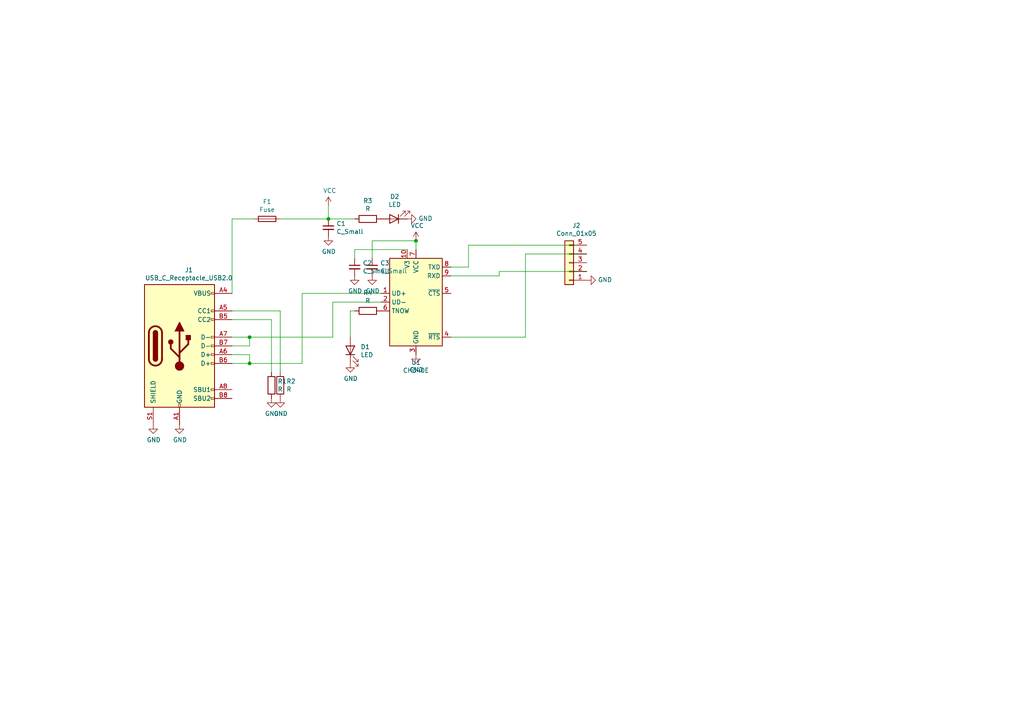
<source format=kicad_sch>
(kicad_sch (version 20211123) (generator eeschema)
  (paper "A4")
  (lib_symbols
    (symbol "Connector:USB_C_Receptacle_USB2.0" (pin_names (offset 1.016))
      (property "Reference" "J" (at -10.16 19.05 0))
      (property "Value" "USB_C_Receptacle_USB2.0" (at 19.05 19.05 0))
      (symbol "USB_C_Receptacle_USB2.0_0_0"
        (rectangle (start -0.254 -17.78) (end 0.254 -16.764))
        (rectangle (start 10.16 -14.986) (end 9.144 -15.494))
        (rectangle (start 10.16 -12.446) (end 9.144 -12.954))
        (rectangle (start 10.16 -4.826) (end 9.144 -5.334))
        (rectangle (start 10.16 -2.286) (end 9.144 -2.794))
        (rectangle (start 10.16 0.254) (end 9.144 -0.254))
        (rectangle (start 10.16 2.794) (end 9.144 2.286))
        (rectangle (start 10.16 7.874) (end 9.144 7.366))
        (rectangle (start 10.16 10.414) (end 9.144 9.906))
        (rectangle (start 10.16 15.494) (end 9.144 14.986))
      )
      (symbol "USB_C_Receptacle_USB2.0_0_1"
        (rectangle (start -10.16 17.78) (end 10.16 -17.78) (stroke (width 0.254)) (fill (type background)))
        (arc (start -8.89 -3.81) (mid -6.985 -5.715) (end -5.08 -3.81) (stroke (width 0.508)))
        (arc (start -7.62 -3.81) (mid -6.985 -4.445) (end -6.35 -3.81) (stroke (width 0.254)))
        (arc (start -7.62 -3.81) (mid -6.985 -4.445) (end -6.35 -3.81) (stroke (width 0.254)) (fill (type outline)))
        (rectangle (start -7.62 -3.81) (end -6.35 3.81) (stroke (width 0.254)) (fill (type outline)))
        (arc (start -6.35 3.81) (mid -6.985 4.445) (end -7.62 3.81) (stroke (width 0.254)))
        (arc (start -6.35 3.81) (mid -6.985 4.445) (end -7.62 3.81) (stroke (width 0.254)) (fill (type outline)))
        (arc (start -5.08 3.81) (mid -6.985 5.715) (end -8.89 3.81) (stroke (width 0.508)))
        (circle (center -2.54 1.143) (radius 0.635) (stroke (width 0.254)) (fill (type outline)))
        (circle (center 0 -5.842) (radius 1.27) (fill (type outline)))
        (polyline (pts (xy -8.89 -3.81) (xy -8.89 3.81)) (stroke (width 0.508)))
        (polyline (pts (xy -5.08 3.81) (xy -5.08 -3.81)) (stroke (width 0.508)))
        (polyline (pts (xy 0 -5.842) (xy 0 4.318)) (stroke (width 0.508)))
        (polyline (pts (xy 0 -3.302) (xy -2.54 -0.762) (xy -2.54 0.508)) (stroke (width 0.508)))
        (polyline (pts (xy 0 -2.032) (xy 2.54 0.508) (xy 2.54 1.778)) (stroke (width 0.508)))
        (polyline (pts (xy -1.27 4.318) (xy 0 6.858) (xy 1.27 4.318) (xy -1.27 4.318)) (stroke (width 0.254)) (fill (type outline)))
        (rectangle (start 1.905 1.778) (end 3.175 3.048) (stroke (width 0.254)) (fill (type outline)))
      )
      (symbol "USB_C_Receptacle_USB2.0_1_1"
        (pin passive line (at 0 -22.86 90) (length 5.08) (name "GND") (number "A1"))
        (pin passive line (at 0 -22.86 90) (length 5.08) hide (name "GND") (number "A12"))
        (pin passive line (at 15.24 15.24 180) (length 5.08) (name "VBUS") (number "A4"))
        (pin bidirectional line (at 15.24 10.16 180) (length 5.08) (name "CC1") (number "A5"))
        (pin bidirectional line (at 15.24 -2.54 180) (length 5.08) (name "D+") (number "A6"))
        (pin bidirectional line (at 15.24 2.54 180) (length 5.08) (name "D-") (number "A7"))
        (pin bidirectional line (at 15.24 -12.7 180) (length 5.08) (name "SBU1") (number "A8"))
        (pin passive line (at 15.24 15.24 180) (length 5.08) hide (name "VBUS") (number "A9"))
        (pin passive line (at 0 -22.86 90) (length 5.08) hide (name "GND") (number "B1"))
        (pin passive line (at 0 -22.86 90) (length 5.08) hide (name "GND") (number "B12"))
        (pin passive line (at 15.24 15.24 180) (length 5.08) hide (name "VBUS") (number "B4"))
        (pin bidirectional line (at 15.24 7.62 180) (length 5.08) (name "CC2") (number "B5"))
        (pin bidirectional line (at 15.24 -5.08 180) (length 5.08) (name "D+") (number "B6"))
        (pin bidirectional line (at 15.24 0 180) (length 5.08) (name "D-") (number "B7"))
        (pin bidirectional line (at 15.24 -15.24 180) (length 5.08) (name "SBU2") (number "B8"))
        (pin passive line (at 15.24 15.24 180) (length 5.08) hide (name "VBUS") (number "B9"))
        (pin passive line (at -7.62 -22.86 90) (length 5.08) (name "SHIELD") (number "S1"))
      )
    )
    (symbol "Connector_Generic:Conn_01x05" (pin_names (offset 1.016) hide)
      (property "Reference" "J" (at 0 7.62 0))
      (property "Value" "Conn_01x05" (at 0 -7.62 0))
      (symbol "Conn_01x05_1_1"
        (rectangle (start -1.27 -4.953) (end 0 -5.207) (stroke (width 0.1524)))
        (rectangle (start -1.27 -2.413) (end 0 -2.667) (stroke (width 0.1524)))
        (rectangle (start -1.27 0.127) (end 0 -0.127) (stroke (width 0.1524)))
        (rectangle (start -1.27 2.667) (end 0 2.413) (stroke (width 0.1524)))
        (rectangle (start -1.27 5.207) (end 0 4.953) (stroke (width 0.1524)))
        (rectangle (start -1.27 6.35) (end 1.27 -6.35) (stroke (width 0.254)) (fill (type background)))
        (pin passive line (at -5.08 5.08 0) (length 3.81) (name "Pin_1") (number "1"))
        (pin passive line (at -5.08 2.54 0) (length 3.81) (name "Pin_2") (number "2"))
        (pin passive line (at -5.08 0 0) (length 3.81) (name "Pin_3") (number "3"))
        (pin passive line (at -5.08 -2.54 0) (length 3.81) (name "Pin_4") (number "4"))
        (pin passive line (at -5.08 -5.08 0) (length 3.81) (name "Pin_5") (number "5"))
      )
    )
    (symbol "Device:C_Small" (pin_numbers hide) (pin_names (offset 0.254) hide)
      (property "Reference" "C" (at 0.254 1.778 0))
      (property "Value" "C_Small" (at 0.254 -2.032 0))
      (symbol "C_Small_0_1"
        (polyline (pts (xy -1.524 -0.508) (xy 1.524 -0.508)) (stroke (width 0.3302)))
        (polyline (pts (xy -1.524 0.508) (xy 1.524 0.508)) (stroke (width 0.3048)))
      )
      (symbol "C_Small_1_1"
        (pin passive line (at 0 2.54 270) (length 2.032) (name "~") (number "1"))
        (pin passive line (at 0 -2.54 90) (length 2.032) (name "~") (number "2"))
      )
    )
    (symbol "Device:Fuse" (pin_numbers hide) (pin_names (offset 0))
      (property "Reference" "F" (at 2.032 0 90))
      (property "Value" "Fuse" (at -1.905 0 90))
      (symbol "Fuse_0_1"
        (rectangle (start -0.762 -2.54) (end 0.762 2.54) (stroke (width 0.254)))
        (polyline (pts (xy 0 2.54) (xy 0 -2.54)))
      )
      (symbol "Fuse_1_1"
        (pin passive line (at 0 3.81 270) (length 1.27) (name "~") (number "1"))
        (pin passive line (at 0 -3.81 90) (length 1.27) (name "~") (number "2"))
      )
    )
    (symbol "Device:LED" (pin_numbers hide) (pin_names (offset 1.016) hide)
      (property "Reference" "D" (at 0 2.54 0))
      (property "Value" "LED" (at 0 -2.54 0))
      (symbol "LED_0_1"
        (polyline (pts (xy -1.27 -1.27) (xy -1.27 1.27)) (stroke (width 0.254)))
        (polyline (pts (xy -1.27 0) (xy 1.27 0)))
        (polyline (pts (xy 1.27 -1.27) (xy 1.27 1.27) (xy -1.27 0) (xy 1.27 -1.27)) (stroke (width 0.254)))
        (polyline (pts (xy -3.048 -0.762) (xy -4.572 -2.286) (xy -3.81 -2.286) (xy -4.572 -2.286) (xy -4.572 -1.524)))
        (polyline (pts (xy -1.778 -0.762) (xy -3.302 -2.286) (xy -2.54 -2.286) (xy -3.302 -2.286) (xy -3.302 -1.524)))
      )
      (symbol "LED_1_1"
        (pin passive line (at -3.81 0 0) (length 2.54) (name "K") (number "1"))
        (pin passive line (at 3.81 0 180) (length 2.54) (name "A") (number "2"))
      )
    )
    (symbol "Device:R" (pin_numbers hide) (pin_names (offset 0))
      (property "Reference" "R" (at 2.032 0 90))
      (property "Value" "R" (at 0 0 90))
      (symbol "R_0_1"
        (rectangle (start -1.016 -2.54) (end 1.016 2.54) (stroke (width 0.254)))
      )
      (symbol "R_1_1"
        (pin passive line (at 0 3.81 270) (length 1.27) (name "~") (number "1"))
        (pin passive line (at 0 -3.81 90) (length 1.27) (name "~") (number "2"))
      )
    )
    (symbol "Interface_USB:CH340E"
      (property "Reference" "U" (at -5.08 13.97 0))
      (property "Value" "CH340E" (at 1.27 13.97 0))
      (symbol "CH340E_0_1"
        (rectangle (start -7.62 12.7) (end 7.62 -12.7) (stroke (width 0.254)) (fill (type background)))
      )
      (symbol "CH340E_1_1"
        (pin bidirectional line (at -10.16 2.54 0) (length 2.54) (name "UD+") (number "1"))
        (pin passive line (at -2.54 15.24 270) (length 2.54) (name "V3") (number "10"))
        (pin bidirectional line (at -10.16 0 0) (length 2.54) (name "UD-") (number "2"))
        (pin power_in line (at 0 -15.24 90) (length 2.54) (name "GND") (number "3"))
        (pin output line (at 10.16 -10.16 180) (length 2.54) (name "~{RTS}") (number "4"))
        (pin input line (at 10.16 2.54 180) (length 2.54) (name "~{CTS}") (number "5"))
        (pin output line (at -10.16 -2.54 0) (length 2.54) (name "TNOW") (number "6"))
        (pin power_in line (at 0 15.24 270) (length 2.54) (name "VCC") (number "7"))
        (pin output line (at 10.16 10.16 180) (length 2.54) (name "TXD") (number "8"))
        (pin input line (at 10.16 7.62 180) (length 2.54) (name "RXD") (number "9"))
      )
    )
    (symbol "power:GND" (power) (pin_names (offset 0))
      (property "Value" "GND" (at 0 -3.81 0))
      (symbol "GND_0_1"
        (polyline (pts (xy 0 0) (xy 0 -1.27) (xy 1.27 -1.27) (xy 0 -2.54) (xy -1.27 -1.27) (xy 0 -1.27)))
      )
      (symbol "GND_1_1"
        (pin power_in line (at 0 0 270) (length 0) hide (name "GND") (number "1"))
      )
    )
    (symbol "power:VCC" (power) (pin_names (offset 0))
      (property "Value" "VCC" (at 0 3.81 0))
      (symbol "VCC_0_1"
        (polyline (pts (xy -0.762 1.27) (xy 0 2.54)))
        (polyline (pts (xy 0 0) (xy 0 2.54)))
        (polyline (pts (xy 0 2.54) (xy 0.762 1.27)))
      )
      (symbol "VCC_1_1"
        (pin power_in line (at 0 0 90) (length 0) hide (name "VCC") (number "1"))
      )
    )
  )
  (junction (at 95.25 63.5))
  (junction (at 120.65 69.85))
  (junction (at 72.39 105.41))
  (junction (at 72.39 97.79))
  (wire (pts (xy 130.81 77.47) (xy 135.89 77.47)))
  (wire (pts (xy 95.25 63.5) (xy 95.25 59.69)))
  (wire (pts (xy 102.87 72.39) (xy 102.87 74.93)))
  (wire (pts (xy 152.4 97.79) (xy 130.81 97.79)))
  (wire (pts (xy 81.28 90.17) (xy 81.28 107.95)))
  (wire (pts (xy 87.63 85.09) (xy 110.49 85.09)))
  (wire (pts (xy 81.28 63.5) (xy 95.25 63.5)))
  (wire (pts (xy 144.78 78.74) (xy 144.78 80.01)))
  (wire (pts (xy 72.39 100.33) (xy 72.39 97.79)))
  (wire (pts (xy 170.18 78.74) (xy 144.78 78.74)))
  (wire (pts (xy 135.89 71.12) (xy 170.18 71.12)))
  (wire (pts (xy 107.95 69.85) (xy 107.95 74.93)))
  (wire (pts (xy 78.74 92.71) (xy 78.74 107.95)))
  (wire (pts (xy 96.52 87.63) (xy 110.49 87.63)))
  (wire (pts (xy 67.31 90.17) (xy 81.28 90.17)))
  (wire (pts (xy 72.39 97.79) (xy 96.52 97.79)))
  (wire (pts (xy 67.31 102.87) (xy 72.39 102.87)))
  (wire (pts (xy 72.39 102.87) (xy 72.39 105.41)))
  (wire (pts (xy 67.31 85.09) (xy 67.31 63.5)))
  (wire (pts (xy 67.31 63.5) (xy 73.66 63.5)))
  (wire (pts (xy 118.11 72.39) (xy 102.87 72.39)))
  (wire (pts (xy 152.4 73.66) (xy 152.4 97.79)))
  (wire (pts (xy 67.31 105.41) (xy 72.39 105.41)))
  (wire (pts (xy 144.78 80.01) (xy 130.81 80.01)))
  (wire (pts (xy 102.87 90.17) (xy 101.6 90.17)))
  (wire (pts (xy 170.18 73.66) (xy 152.4 73.66)))
  (wire (pts (xy 67.31 92.71) (xy 78.74 92.71)))
  (wire (pts (xy 102.87 63.5) (xy 95.25 63.5)))
  (wire (pts (xy 120.65 72.39) (xy 120.65 69.85)))
  (wire (pts (xy 72.39 105.41) (xy 87.63 105.41)))
  (wire (pts (xy 101.6 90.17) (xy 101.6 97.79)))
  (wire (pts (xy 67.31 100.33) (xy 72.39 100.33)))
  (wire (pts (xy 120.65 69.85) (xy 107.95 69.85)))
  (wire (pts (xy 96.52 97.79) (xy 96.52 87.63)))
  (wire (pts (xy 87.63 105.41) (xy 87.63 85.09)))
  (wire (pts (xy 135.89 77.47) (xy 135.89 71.12)))
  (wire (pts (xy 67.31 97.79) (xy 72.39 97.79)))
  (symbol (lib_id "Connector:USB_C_Receptacle_USB2.0") (at 52.07 100.33 0) (unit 1)
    (property "Reference" "J1" (at 54.7878 78.3082 0))
    (property "Value" "USB_C_Receptacle_USB2.0" (at 54.7878 80.6196 0))
    (property "Footprint" "Connector_USB:USB_C_Receptacle_XKB_U262-16XN-4BVC11" (effects hide))
    (property "Datasheet" "https://www.usb.org/sites/default/files/documents/usb_type-c.zip" (effects hide))
    (property "LCSC" "C2760486" (effects hide))
  )
  (symbol (lib_id "Interface_USB:CH340E") (at 120.65 87.63 0) (unit 1)
    (property "Reference" "U1" (at 120.65 105.1306 0))
    (property "Value" "CH340E" (at 120.65 107.442 0))
    (property "Footprint" "Package_SO:MSOP-10_3x3mm_P0.5mm" (effects hide))
    (property "Datasheet" "https://www.mpja.com/download/35227cpdata.pdf" (effects hide))
    (property "LCSC" "C99652" (effects hide))
  )
  (symbol (lib_id "Connector_Generic:Conn_01x05") (at 165.1 76.2 180) (unit 1)
    (property "Reference" "J2" (at 167.1828 65.405 0))
    (property "Value" "Conn_01x05" (at 167.1828 67.7164 0))
    (property "Footprint" "Connector_JST:JST_XH_S5B-XH-A_1x05_P2.50mm_Horizontal" (effects hide))
  )
  (symbol (lib_id "Device:Fuse") (at 77.47 63.5 270) (unit 1)
    (property "Reference" "F1" (at 77.47 58.4962 90))
    (property "Value" "Fuse" (at 77.47 60.8076 90))
    (property "Footprint" "Fuse:Fuse_0603_1608Metric" (effects hide))
    (property "LCSC" "C116602" (effects hide))
  )
  (symbol (lib_id "power:VCC") (at 95.25 59.69 0) (unit 1)
    (property "Reference" "#PWR05" (effects hide))
    (property "Value" "VCC" (at 95.631 55.2958 0))
  )
  (symbol (lib_id "Device:C_Small") (at 95.25 66.04 0) (unit 1)
    (property "Reference" "C1" (at 97.5868 64.8716 0) (effects (justify left)))
    (property "Value" "C_Small" (at 97.5868 67.183 0) (effects (justify left)))
    (property "Footprint" "Capacitor_SMD:C_0603_1608Metric" (effects hide))
    (property "LCSC" "C194427" (effects hide))
  )
  (symbol (lib_id "power:GND") (at 95.25 68.58 0) (unit 1)
    (property "Reference" "#PWR06" (effects hide))
    (property "Value" "GND" (at 95.377 72.9742 0))
  )
  (symbol (lib_id "Device:R") (at 106.68 63.5 270) (unit 1)
    (property "Reference" "R3" (at 106.68 58.2422 90))
    (property "Value" "R" (at 106.68 60.5536 90))
    (property "Footprint" "Resistor_SMD:R_0603_1608Metric" (effects hide))
    (property "LCSC" "C105428" (effects hide))
  )
  (symbol (lib_id "Device:LED") (at 114.3 63.5 180) (unit 1)
    (property "Reference" "D2" (at 114.4778 57.023 0))
    (property "Value" "LED" (at 114.4778 59.3344 0))
    (property "Footprint" "LED_SMD:LED_0603_1608Metric" (effects hide))
    (property "LCSC" "C84263" (effects hide))
  )
  (symbol (lib_id "power:GND") (at 118.11 63.5 90) (unit 1)
    (property "Reference" "#PWR010" (effects hide))
    (property "Value" "GND" (at 121.3612 63.373 90) (effects (justify right)))
  )
  (symbol (lib_id "Device:R") (at 81.28 111.76 180) (unit 1)
    (property "Reference" "R2" (at 83.058 110.5916 0) (effects (justify right)))
    (property "Value" "R" (at 83.058 112.903 0) (effects (justify right)))
    (property "Footprint" "Resistor_SMD:R_0402_1005Metric" (effects hide))
    (property "LCSC" "C159886" (effects hide))
  )
  (symbol (lib_id "Device:R") (at 78.74 111.76 180) (unit 1)
    (property "Reference" "R1" (at 80.518 110.5916 0) (effects (justify right)))
    (property "Value" "R" (at 80.518 112.903 0) (effects (justify right)))
    (property "Footprint" "Resistor_SMD:R_0402_1005Metric" (effects hide))
    (property "LCSC" "C159886" (effects hide))
  )
  (symbol (lib_id "power:GND") (at 44.45 123.19 0) (unit 1)
    (property "Reference" "#PWR01" (effects hide))
    (property "Value" "GND" (at 44.577 127.5842 0))
  )
  (symbol (lib_id "power:GND") (at 52.07 123.19 0) (unit 1)
    (property "Reference" "#PWR02" (effects hide))
    (property "Value" "GND" (at 52.197 127.5842 0))
  )
  (symbol (lib_id "power:GND") (at 78.74 115.57 0) (unit 1)
    (property "Reference" "#PWR03" (effects hide))
    (property "Value" "GND" (at 78.867 119.9642 0))
  )
  (symbol (lib_id "power:GND") (at 81.28 115.57 0) (unit 1)
    (property "Reference" "#PWR04" (effects hide))
    (property "Value" "GND" (at 81.407 119.9642 0))
  )
  (symbol (lib_id "power:GND") (at 120.65 102.87 0) (unit 1)
    (property "Reference" "#PWR012" (effects hide))
    (property "Value" "GND" (at 120.777 107.2642 0))
  )
  (symbol (lib_id "Device:R") (at 106.68 90.17 270) (unit 1)
    (property "Reference" "R4" (at 106.68 84.9122 90))
    (property "Value" "R" (at 106.68 87.2236 90))
    (property "Footprint" "Resistor_SMD:R_0402_1005Metric" (effects hide))
    (property "LCSC" "C159884" (effects hide))
  )
  (symbol (lib_id "Device:LED") (at 101.6 101.6 90) (unit 1)
    (property "Reference" "D1" (at 104.5972 100.6094 90) (effects (justify right)))
    (property "Value" "LED" (at 104.5972 102.9208 90) (effects (justify right)))
    (property "Footprint" "LED_SMD:LED_0603_1608Metric" (effects hide))
    (property "LCSC" "C84263" (effects hide))
  )
  (symbol (lib_id "power:GND") (at 101.6 105.41 0) (unit 1)
    (property "Reference" "#PWR07" (effects hide))
    (property "Value" "GND" (at 101.727 109.8042 0))
  )
  (symbol (lib_id "Device:C_Small") (at 102.87 77.47 0) (unit 1)
    (property "Reference" "C2" (at 105.2068 76.3016 0) (effects (justify left)))
    (property "Value" "C_Small" (at 105.2068 78.613 0) (effects (justify left)))
    (property "Footprint" "Capacitor_SMD:C_0805_2012Metric" (effects hide))
    (property "LCSC" "C126469" (effects hide))
  )
  (symbol (lib_id "Device:C_Small") (at 107.95 77.47 0) (unit 1)
    (property "Reference" "C3" (at 110.2868 76.3016 0) (effects (justify left)))
    (property "Value" "C_Small" (at 110.2868 78.613 0) (effects (justify left)))
    (property "Footprint" "Capacitor_SMD:C_0805_2012Metric" (effects hide))
    (property "LCSC" "C126469" (effects hide))
  )
  (symbol (lib_id "power:VCC") (at 120.65 69.85 0) (unit 1)
    (property "Reference" "#PWR011" (effects hide))
    (property "Value" "VCC" (at 121.031 65.4558 0))
  )
  (symbol (lib_id "power:GND") (at 107.95 80.01 0) (unit 1)
    (property "Reference" "#PWR09" (effects hide))
    (property "Value" "GND" (at 108.077 84.4042 0))
  )
  (symbol (lib_id "power:GND") (at 102.87 80.01 0) (unit 1)
    (property "Reference" "#PWR08" (effects hide))
    (property "Value" "GND" (at 102.997 84.4042 0))
  )
  (symbol (lib_id "power:GND") (at 170.18 81.28 90) (unit 1)
    (property "Reference" "#PWR014" (effects hide))
    (property "Value" "GND" (at 173.4312 81.153 90) (effects (justify right)))
  )
)
</source>
